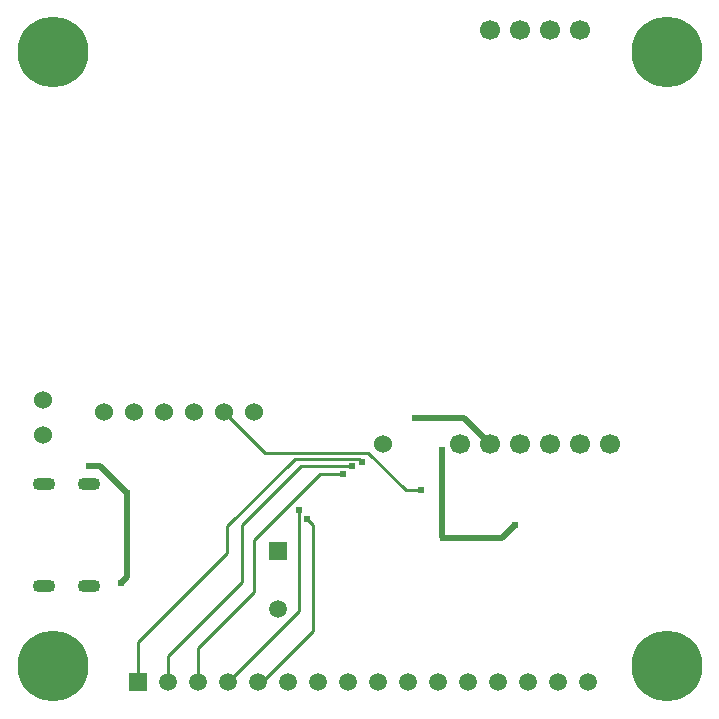
<source format=gbl>
G04 Layer: BottomLayer*
G04 EasyEDA v6.5.42, 2024-06-29 11:35:46*
G04 3b8aa43405674a7c8d552062a6d3ea0b,8e72fd04a6c14d66a7e837eb9aaabff2,10*
G04 Gerber Generator version 0.2*
G04 Scale: 100 percent, Rotated: No, Reflected: No *
G04 Dimensions in millimeters *
G04 leading zeros omitted , absolute positions ,4 integer and 5 decimal *
%FSLAX45Y45*%
%MOMM*%

%ADD10C,0.2540*%
%ADD11C,0.5000*%
%ADD12C,1.5240*%
%ADD13R,1.5000X1.5000*%
%ADD14C,1.5000*%
%ADD15C,1.7000*%
%ADD16R,1.4999X1.4999*%
%ADD17C,1.4999*%
%ADD18O,1.8999962X1.0999978000000001*%
%ADD19C,6.0000*%
%ADD20C,0.6200*%

%LPD*%
D10*
X3517900Y1892300D02*
G01*
X3390900Y1892300D01*
X3073400Y2209800D01*
X2197100Y2209800D01*
X1854200Y2552700D01*
X2552700Y1651000D02*
G01*
X2603500Y1600200D01*
X2603500Y698500D01*
X2171700Y266700D01*
X2141296Y266700D01*
X2933700Y2095500D02*
G01*
X2501900Y2095500D01*
X2006600Y1600200D01*
X2006600Y1117600D01*
X1379296Y490296D01*
X1379296Y266700D01*
X2857500Y2032000D02*
G01*
X2666994Y2032000D01*
X2108194Y1473200D01*
X2108194Y1028700D01*
X1633296Y553796D01*
X1633296Y266700D01*
X2489200Y1727200D02*
G01*
X2489200Y868603D01*
X1887296Y266700D01*
D11*
X3467100Y2501900D02*
G01*
X3886200Y2501900D01*
X4102100Y2286000D01*
X3708400Y1485900D02*
G01*
X4203700Y1485900D01*
X4318000Y1600200D01*
X3695700Y2235200D02*
G01*
X3695700Y1498600D01*
X3708400Y1485900D01*
X1028700Y1866900D02*
G01*
X1028700Y1155700D01*
X977900Y1104900D01*
X711200Y2095500D02*
G01*
X800100Y2095500D01*
X1028700Y1866900D01*
D10*
X3022600Y2133600D02*
G01*
X2997200Y2159000D01*
X2451100Y2159000D01*
X1879600Y1587500D01*
X1879600Y1358900D01*
X1125296Y604596D01*
X1125296Y266700D01*
D12*
G01*
X3200400Y2286000D03*
D13*
G01*
X2311400Y1374139D03*
D14*
G01*
X2311400Y886460D03*
D12*
G01*
X317500Y2362200D03*
G01*
X317500Y2654300D03*
G01*
X838200Y2552700D03*
G01*
X1092200Y2552700D03*
G01*
X1346200Y2552700D03*
G01*
X1600200Y2552700D03*
G01*
X1854200Y2552700D03*
G01*
X2108200Y2552700D03*
D15*
G01*
X3848100Y2286000D03*
G01*
X4102100Y2286000D03*
G01*
X4356100Y2286000D03*
G01*
X4610100Y2286000D03*
G01*
X4864100Y2286000D03*
G01*
X5118100Y2286000D03*
G01*
X4102100Y5791200D03*
G01*
X4356100Y5791200D03*
G01*
X4610100Y5791200D03*
G01*
X4864100Y5791200D03*
D16*
G01*
X1125296Y266700D03*
D17*
G01*
X1379296Y266700D03*
G01*
X1633296Y266700D03*
G01*
X1887296Y266700D03*
G01*
X2141296Y266700D03*
G01*
X2395296Y266700D03*
G01*
X2649296Y266700D03*
G01*
X2903296Y266700D03*
G01*
X3157296Y266700D03*
G01*
X3411296Y266700D03*
G01*
X3665296Y266700D03*
G01*
X3919296Y266700D03*
G01*
X4173296Y266700D03*
G01*
X4427296Y266700D03*
G01*
X4681296Y266700D03*
G01*
X4935296Y266700D03*
D18*
G01*
X324459Y1079296D03*
G01*
X324459Y1943277D03*
G01*
X704469Y1079296D03*
G01*
X704469Y1943277D03*
D19*
G01*
X399999Y5599988D03*
G01*
X399999Y399999D03*
G01*
X5599988Y399999D03*
G01*
X5599988Y5599988D03*
D20*
G01*
X3517900Y1892300D03*
G01*
X3022600Y2133600D03*
G01*
X2933700Y2095500D03*
G01*
X2857500Y2032000D03*
G01*
X2489200Y1727200D03*
G01*
X2552700Y1651000D03*
G01*
X3467100Y2501900D03*
G01*
X3708400Y1485900D03*
G01*
X4318000Y1600200D03*
G01*
X3695700Y2235200D03*
G01*
X1028700Y1866900D03*
G01*
X977900Y1104900D03*
G01*
X711200Y2095500D03*
M02*

</source>
